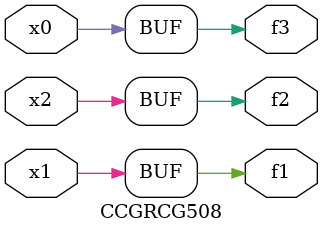
<source format=v>
module CCGRCG508(
	input x0, x1, x2,
	output f1, f2, f3
);
	assign f1 = x1;
	assign f2 = x2;
	assign f3 = x0;
endmodule

</source>
